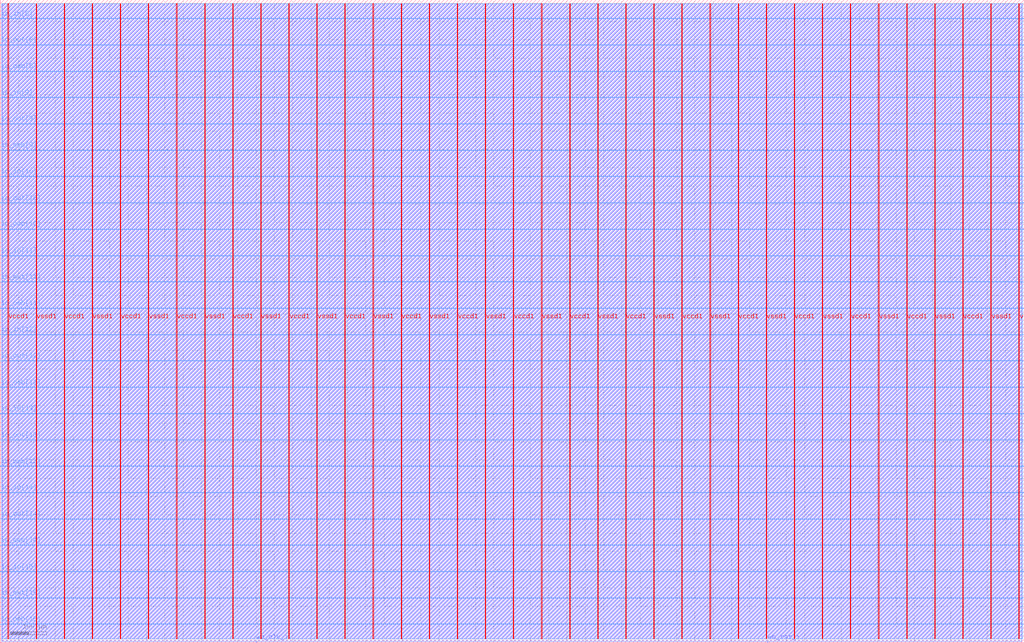
<source format=lef>
VERSION 5.7 ;
  NOWIREEXTENSIONATPIN ON ;
  DIVIDERCHAR "/" ;
  BUSBITCHARS "[]" ;
MACRO user_proj_example
  CLASS BLOCK ;
  FOREIGN user_proj_example ;
  ORIGIN 0.000 0.000 ;
  SIZE 2800.000 BY 1760.000 ;
  PIN io_in[0]
    DIRECTION INPUT ;
    USE SIGNAL ;
    PORT
      LAYER met3 ;
        RECT 2796.000 50.360 2800.000 50.960 ;
    END
  END io_in[0]
  PIN io_in[10]
    DIRECTION INPUT ;
    USE SIGNAL ;
    PORT
      LAYER met3 ;
        RECT 0.000 1275.720 4.000 1276.320 ;
    END
  END io_in[10]
  PIN io_in[11]
    DIRECTION INPUT ;
    USE SIGNAL ;
    PORT
      LAYER met3 ;
        RECT 0.000 1059.480 4.000 1060.080 ;
    END
  END io_in[11]
  PIN io_in[12]
    DIRECTION INPUT ;
    USE SIGNAL ;
    PORT
      LAYER met3 ;
        RECT 0.000 843.240 4.000 843.840 ;
    END
  END io_in[12]
  PIN io_in[13]
    DIRECTION INPUT ;
    USE SIGNAL ;
    PORT
      LAYER met3 ;
        RECT 0.000 627.000 4.000 627.600 ;
    END
  END io_in[13]
  PIN io_in[14]
    DIRECTION INPUT ;
    USE SIGNAL ;
    PORT
      LAYER met3 ;
        RECT 0.000 410.760 4.000 411.360 ;
    END
  END io_in[14]
  PIN io_in[15]
    DIRECTION INPUT ;
    USE SIGNAL ;
    PORT
      LAYER met3 ;
        RECT 0.000 194.520 4.000 195.120 ;
    END
  END io_in[15]
  PIN io_in[1]
    DIRECTION INPUT ;
    USE SIGNAL ;
    PORT
      LAYER met3 ;
        RECT 2796.000 266.600 2800.000 267.200 ;
    END
  END io_in[1]
  PIN io_in[2]
    DIRECTION INPUT ;
    USE SIGNAL ;
    PORT
      LAYER met3 ;
        RECT 2796.000 482.840 2800.000 483.440 ;
    END
  END io_in[2]
  PIN io_in[3]
    DIRECTION INPUT ;
    USE SIGNAL ;
    PORT
      LAYER met3 ;
        RECT 2796.000 699.080 2800.000 699.680 ;
    END
  END io_in[3]
  PIN io_in[4]
    DIRECTION INPUT ;
    USE SIGNAL ;
    PORT
      LAYER met3 ;
        RECT 2796.000 915.320 2800.000 915.920 ;
    END
  END io_in[4]
  PIN io_in[5]
    DIRECTION INPUT ;
    USE SIGNAL ;
    PORT
      LAYER met3 ;
        RECT 2796.000 1131.560 2800.000 1132.160 ;
    END
  END io_in[5]
  PIN io_in[6]
    DIRECTION INPUT ;
    USE SIGNAL ;
    PORT
      LAYER met3 ;
        RECT 2796.000 1347.800 2800.000 1348.400 ;
    END
  END io_in[6]
  PIN io_in[7]
    DIRECTION INPUT ;
    USE SIGNAL ;
    PORT
      LAYER met3 ;
        RECT 2796.000 1564.040 2800.000 1564.640 ;
    END
  END io_in[7]
  PIN io_in[8]
    DIRECTION INPUT ;
    USE SIGNAL ;
    PORT
      LAYER met3 ;
        RECT 0.000 1708.200 4.000 1708.800 ;
    END
  END io_in[8]
  PIN io_in[9]
    DIRECTION INPUT ;
    USE SIGNAL ;
    PORT
      LAYER met3 ;
        RECT 0.000 1491.960 4.000 1492.560 ;
    END
  END io_in[9]
  PIN io_oeb[0]
    DIRECTION OUTPUT TRISTATE ;
    USE SIGNAL ;
    PORT
      LAYER met3 ;
        RECT 2796.000 194.520 2800.000 195.120 ;
    END
  END io_oeb[0]
  PIN io_oeb[10]
    DIRECTION OUTPUT TRISTATE ;
    USE SIGNAL ;
    PORT
      LAYER met3 ;
        RECT 0.000 1131.560 4.000 1132.160 ;
    END
  END io_oeb[10]
  PIN io_oeb[11]
    DIRECTION OUTPUT TRISTATE ;
    USE SIGNAL ;
    PORT
      LAYER met3 ;
        RECT 0.000 915.320 4.000 915.920 ;
    END
  END io_oeb[11]
  PIN io_oeb[12]
    DIRECTION OUTPUT TRISTATE ;
    USE SIGNAL ;
    PORT
      LAYER met3 ;
        RECT 0.000 699.080 4.000 699.680 ;
    END
  END io_oeb[12]
  PIN io_oeb[13]
    DIRECTION OUTPUT TRISTATE ;
    USE SIGNAL ;
    PORT
      LAYER met3 ;
        RECT 0.000 482.840 4.000 483.440 ;
    END
  END io_oeb[13]
  PIN io_oeb[14]
    DIRECTION OUTPUT TRISTATE ;
    USE SIGNAL ;
    PORT
      LAYER met3 ;
        RECT 0.000 266.600 4.000 267.200 ;
    END
  END io_oeb[14]
  PIN io_oeb[15]
    DIRECTION OUTPUT TRISTATE ;
    USE SIGNAL ;
    PORT
      LAYER met3 ;
        RECT 0.000 50.360 4.000 50.960 ;
    END
  END io_oeb[15]
  PIN io_oeb[1]
    DIRECTION OUTPUT TRISTATE ;
    USE SIGNAL ;
    PORT
      LAYER met3 ;
        RECT 2796.000 410.760 2800.000 411.360 ;
    END
  END io_oeb[1]
  PIN io_oeb[2]
    DIRECTION OUTPUT TRISTATE ;
    USE SIGNAL ;
    PORT
      LAYER met3 ;
        RECT 2796.000 627.000 2800.000 627.600 ;
    END
  END io_oeb[2]
  PIN io_oeb[3]
    DIRECTION OUTPUT TRISTATE ;
    USE SIGNAL ;
    PORT
      LAYER met3 ;
        RECT 2796.000 843.240 2800.000 843.840 ;
    END
  END io_oeb[3]
  PIN io_oeb[4]
    DIRECTION OUTPUT TRISTATE ;
    USE SIGNAL ;
    PORT
      LAYER met3 ;
        RECT 2796.000 1059.480 2800.000 1060.080 ;
    END
  END io_oeb[4]
  PIN io_oeb[5]
    DIRECTION OUTPUT TRISTATE ;
    USE SIGNAL ;
    PORT
      LAYER met3 ;
        RECT 2796.000 1275.720 2800.000 1276.320 ;
    END
  END io_oeb[5]
  PIN io_oeb[6]
    DIRECTION OUTPUT TRISTATE ;
    USE SIGNAL ;
    PORT
      LAYER met3 ;
        RECT 2796.000 1491.960 2800.000 1492.560 ;
    END
  END io_oeb[6]
  PIN io_oeb[7]
    DIRECTION OUTPUT TRISTATE ;
    USE SIGNAL ;
    PORT
      LAYER met3 ;
        RECT 2796.000 1708.200 2800.000 1708.800 ;
    END
  END io_oeb[7]
  PIN io_oeb[8]
    DIRECTION OUTPUT TRISTATE ;
    USE SIGNAL ;
    PORT
      LAYER met3 ;
        RECT 0.000 1564.040 4.000 1564.640 ;
    END
  END io_oeb[8]
  PIN io_oeb[9]
    DIRECTION OUTPUT TRISTATE ;
    USE SIGNAL ;
    PORT
      LAYER met3 ;
        RECT 0.000 1347.800 4.000 1348.400 ;
    END
  END io_oeb[9]
  PIN io_out[0]
    DIRECTION OUTPUT TRISTATE ;
    USE SIGNAL ;
    ANTENNADIFFAREA 2.673000 ;
    PORT
      LAYER met3 ;
        RECT 2796.000 122.440 2800.000 123.040 ;
    END
  END io_out[0]
  PIN io_out[10]
    DIRECTION OUTPUT TRISTATE ;
    USE SIGNAL ;
    PORT
      LAYER met3 ;
        RECT 0.000 1203.640 4.000 1204.240 ;
    END
  END io_out[10]
  PIN io_out[11]
    DIRECTION OUTPUT TRISTATE ;
    USE SIGNAL ;
    PORT
      LAYER met3 ;
        RECT 0.000 987.400 4.000 988.000 ;
    END
  END io_out[11]
  PIN io_out[12]
    DIRECTION OUTPUT TRISTATE ;
    USE SIGNAL ;
    PORT
      LAYER met3 ;
        RECT 0.000 771.160 4.000 771.760 ;
    END
  END io_out[12]
  PIN io_out[13]
    DIRECTION OUTPUT TRISTATE ;
    USE SIGNAL ;
    PORT
      LAYER met3 ;
        RECT 0.000 554.920 4.000 555.520 ;
    END
  END io_out[13]
  PIN io_out[14]
    DIRECTION OUTPUT TRISTATE ;
    USE SIGNAL ;
    PORT
      LAYER met3 ;
        RECT 0.000 338.680 4.000 339.280 ;
    END
  END io_out[14]
  PIN io_out[15]
    DIRECTION OUTPUT TRISTATE ;
    USE SIGNAL ;
    PORT
      LAYER met3 ;
        RECT 0.000 122.440 4.000 123.040 ;
    END
  END io_out[15]
  PIN io_out[1]
    DIRECTION OUTPUT TRISTATE ;
    USE SIGNAL ;
    ANTENNADIFFAREA 2.673000 ;
    PORT
      LAYER met3 ;
        RECT 2796.000 338.680 2800.000 339.280 ;
    END
  END io_out[1]
  PIN io_out[2]
    DIRECTION OUTPUT TRISTATE ;
    USE SIGNAL ;
    ANTENNADIFFAREA 2.673000 ;
    PORT
      LAYER met3 ;
        RECT 2796.000 554.920 2800.000 555.520 ;
    END
  END io_out[2]
  PIN io_out[3]
    DIRECTION OUTPUT TRISTATE ;
    USE SIGNAL ;
    ANTENNADIFFAREA 2.673000 ;
    PORT
      LAYER met3 ;
        RECT 2796.000 771.160 2800.000 771.760 ;
    END
  END io_out[3]
  PIN io_out[4]
    DIRECTION OUTPUT TRISTATE ;
    USE SIGNAL ;
    ANTENNADIFFAREA 2.673000 ;
    PORT
      LAYER met3 ;
        RECT 2796.000 987.400 2800.000 988.000 ;
    END
  END io_out[4]
  PIN io_out[5]
    DIRECTION OUTPUT TRISTATE ;
    USE SIGNAL ;
    ANTENNADIFFAREA 2.673000 ;
    PORT
      LAYER met3 ;
        RECT 2796.000 1203.640 2800.000 1204.240 ;
    END
  END io_out[5]
  PIN io_out[6]
    DIRECTION OUTPUT TRISTATE ;
    USE SIGNAL ;
    ANTENNADIFFAREA 2.673000 ;
    PORT
      LAYER met3 ;
        RECT 2796.000 1419.880 2800.000 1420.480 ;
    END
  END io_out[6]
  PIN io_out[7]
    DIRECTION OUTPUT TRISTATE ;
    USE SIGNAL ;
    PORT
      LAYER met3 ;
        RECT 2796.000 1636.120 2800.000 1636.720 ;
    END
  END io_out[7]
  PIN io_out[8]
    DIRECTION OUTPUT TRISTATE ;
    USE SIGNAL ;
    PORT
      LAYER met3 ;
        RECT 0.000 1636.120 4.000 1636.720 ;
    END
  END io_out[8]
  PIN io_out[9]
    DIRECTION OUTPUT TRISTATE ;
    USE SIGNAL ;
    PORT
      LAYER met3 ;
        RECT 0.000 1419.880 4.000 1420.480 ;
    END
  END io_out[9]
  PIN vccd1
    DIRECTION INOUT ;
    USE POWER ;
    PORT
      LAYER met4 ;
        RECT 21.040 10.640 22.640 1749.200 ;
    END
    PORT
      LAYER met4 ;
        RECT 174.640 10.640 176.240 1749.200 ;
    END
    PORT
      LAYER met4 ;
        RECT 328.240 10.640 329.840 1749.200 ;
    END
    PORT
      LAYER met4 ;
        RECT 481.840 10.640 483.440 1749.200 ;
    END
    PORT
      LAYER met4 ;
        RECT 635.440 10.640 637.040 1749.200 ;
    END
    PORT
      LAYER met4 ;
        RECT 789.040 10.640 790.640 1749.200 ;
    END
    PORT
      LAYER met4 ;
        RECT 942.640 10.640 944.240 1749.200 ;
    END
    PORT
      LAYER met4 ;
        RECT 1096.240 10.640 1097.840 1749.200 ;
    END
    PORT
      LAYER met4 ;
        RECT 1249.840 10.640 1251.440 1749.200 ;
    END
    PORT
      LAYER met4 ;
        RECT 1403.440 10.640 1405.040 1749.200 ;
    END
    PORT
      LAYER met4 ;
        RECT 1557.040 10.640 1558.640 1749.200 ;
    END
    PORT
      LAYER met4 ;
        RECT 1710.640 10.640 1712.240 1749.200 ;
    END
    PORT
      LAYER met4 ;
        RECT 1864.240 10.640 1865.840 1749.200 ;
    END
    PORT
      LAYER met4 ;
        RECT 2017.840 10.640 2019.440 1749.200 ;
    END
    PORT
      LAYER met4 ;
        RECT 2171.440 10.640 2173.040 1749.200 ;
    END
    PORT
      LAYER met4 ;
        RECT 2325.040 10.640 2326.640 1749.200 ;
    END
    PORT
      LAYER met4 ;
        RECT 2478.640 10.640 2480.240 1749.200 ;
    END
    PORT
      LAYER met4 ;
        RECT 2632.240 10.640 2633.840 1749.200 ;
    END
    PORT
      LAYER met4 ;
        RECT 2785.840 10.640 2787.440 1749.200 ;
    END
  END vccd1
  PIN vssd1
    DIRECTION INOUT ;
    USE GROUND ;
    PORT
      LAYER met4 ;
        RECT 97.840 10.640 99.440 1749.200 ;
    END
    PORT
      LAYER met4 ;
        RECT 251.440 10.640 253.040 1749.200 ;
    END
    PORT
      LAYER met4 ;
        RECT 405.040 10.640 406.640 1749.200 ;
    END
    PORT
      LAYER met4 ;
        RECT 558.640 10.640 560.240 1749.200 ;
    END
    PORT
      LAYER met4 ;
        RECT 712.240 10.640 713.840 1749.200 ;
    END
    PORT
      LAYER met4 ;
        RECT 865.840 10.640 867.440 1749.200 ;
    END
    PORT
      LAYER met4 ;
        RECT 1019.440 10.640 1021.040 1749.200 ;
    END
    PORT
      LAYER met4 ;
        RECT 1173.040 10.640 1174.640 1749.200 ;
    END
    PORT
      LAYER met4 ;
        RECT 1326.640 10.640 1328.240 1749.200 ;
    END
    PORT
      LAYER met4 ;
        RECT 1480.240 10.640 1481.840 1749.200 ;
    END
    PORT
      LAYER met4 ;
        RECT 1633.840 10.640 1635.440 1749.200 ;
    END
    PORT
      LAYER met4 ;
        RECT 1787.440 10.640 1789.040 1749.200 ;
    END
    PORT
      LAYER met4 ;
        RECT 1941.040 10.640 1942.640 1749.200 ;
    END
    PORT
      LAYER met4 ;
        RECT 2094.640 10.640 2096.240 1749.200 ;
    END
    PORT
      LAYER met4 ;
        RECT 2248.240 10.640 2249.840 1749.200 ;
    END
    PORT
      LAYER met4 ;
        RECT 2401.840 10.640 2403.440 1749.200 ;
    END
    PORT
      LAYER met4 ;
        RECT 2555.440 10.640 2557.040 1749.200 ;
    END
    PORT
      LAYER met4 ;
        RECT 2709.040 10.640 2710.640 1749.200 ;
    END
  END vssd1
  PIN wb_clk_i
    DIRECTION INPUT ;
    USE SIGNAL ;
    ANTENNAGATEAREA 0.852000 ;
    ANTENNADIFFAREA 0.434700 ;
    PORT
      LAYER met2 ;
        RECT 699.750 0.000 700.030 4.000 ;
    END
  END wb_clk_i
  PIN wb_rst_i
    DIRECTION INPUT ;
    USE SIGNAL ;
    ANTENNAGATEAREA 0.990000 ;
    PORT
      LAYER met2 ;
        RECT 2099.530 0.000 2099.810 4.000 ;
    END
  END wb_rst_i
  OBS
      LAYER li1 ;
        RECT 5.520 10.795 2794.040 1749.045 ;
      LAYER met1 ;
        RECT 4.670 10.640 2794.040 1749.200 ;
      LAYER met2 ;
        RECT 4.690 4.280 2793.490 1749.145 ;
        RECT 4.690 4.000 699.470 4.280 ;
        RECT 700.310 4.000 2099.250 4.280 ;
        RECT 2100.090 4.000 2793.490 4.280 ;
      LAYER met3 ;
        RECT 3.990 1709.200 2796.000 1749.125 ;
        RECT 4.400 1707.800 2795.600 1709.200 ;
        RECT 3.990 1637.120 2796.000 1707.800 ;
        RECT 4.400 1635.720 2795.600 1637.120 ;
        RECT 3.990 1565.040 2796.000 1635.720 ;
        RECT 4.400 1563.640 2795.600 1565.040 ;
        RECT 3.990 1492.960 2796.000 1563.640 ;
        RECT 4.400 1491.560 2795.600 1492.960 ;
        RECT 3.990 1420.880 2796.000 1491.560 ;
        RECT 4.400 1419.480 2795.600 1420.880 ;
        RECT 3.990 1348.800 2796.000 1419.480 ;
        RECT 4.400 1347.400 2795.600 1348.800 ;
        RECT 3.990 1276.720 2796.000 1347.400 ;
        RECT 4.400 1275.320 2795.600 1276.720 ;
        RECT 3.990 1204.640 2796.000 1275.320 ;
        RECT 4.400 1203.240 2795.600 1204.640 ;
        RECT 3.990 1132.560 2796.000 1203.240 ;
        RECT 4.400 1131.160 2795.600 1132.560 ;
        RECT 3.990 1060.480 2796.000 1131.160 ;
        RECT 4.400 1059.080 2795.600 1060.480 ;
        RECT 3.990 988.400 2796.000 1059.080 ;
        RECT 4.400 987.000 2795.600 988.400 ;
        RECT 3.990 916.320 2796.000 987.000 ;
        RECT 4.400 914.920 2795.600 916.320 ;
        RECT 3.990 844.240 2796.000 914.920 ;
        RECT 4.400 842.840 2795.600 844.240 ;
        RECT 3.990 772.160 2796.000 842.840 ;
        RECT 4.400 770.760 2795.600 772.160 ;
        RECT 3.990 700.080 2796.000 770.760 ;
        RECT 4.400 698.680 2795.600 700.080 ;
        RECT 3.990 628.000 2796.000 698.680 ;
        RECT 4.400 626.600 2795.600 628.000 ;
        RECT 3.990 555.920 2796.000 626.600 ;
        RECT 4.400 554.520 2795.600 555.920 ;
        RECT 3.990 483.840 2796.000 554.520 ;
        RECT 4.400 482.440 2795.600 483.840 ;
        RECT 3.990 411.760 2796.000 482.440 ;
        RECT 4.400 410.360 2795.600 411.760 ;
        RECT 3.990 339.680 2796.000 410.360 ;
        RECT 4.400 338.280 2795.600 339.680 ;
        RECT 3.990 267.600 2796.000 338.280 ;
        RECT 4.400 266.200 2795.600 267.600 ;
        RECT 3.990 195.520 2796.000 266.200 ;
        RECT 4.400 194.120 2795.600 195.520 ;
        RECT 3.990 123.440 2796.000 194.120 ;
        RECT 4.400 122.040 2795.600 123.440 ;
        RECT 3.990 51.360 2796.000 122.040 ;
        RECT 4.400 49.960 2795.600 51.360 ;
        RECT 3.990 10.715 2796.000 49.960 ;
  END
END user_proj_example
END LIBRARY


</source>
